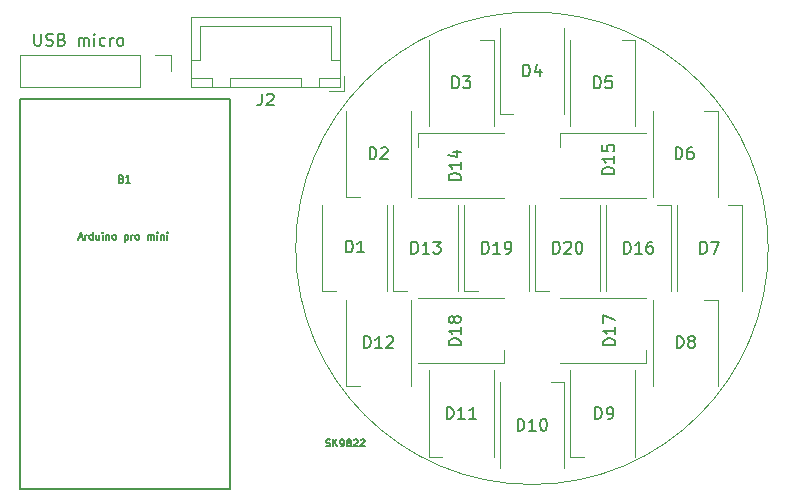
<source format=gbr>
G04 #@! TF.GenerationSoftware,KiCad,Pcbnew,5.1.4*
G04 #@! TF.CreationDate,2019-11-19T13:40:08+01:00*
G04 #@! TF.ProjectId,lamp,6c616d70-2e6b-4696-9361-645f70636258,rev?*
G04 #@! TF.SameCoordinates,Original*
G04 #@! TF.FileFunction,Legend,Top*
G04 #@! TF.FilePolarity,Positive*
%FSLAX46Y46*%
G04 Gerber Fmt 4.6, Leading zero omitted, Abs format (unit mm)*
G04 Created by KiCad (PCBNEW 5.1.4) date 2019-11-19 13:40:08*
%MOMM*%
%LPD*%
G04 APERTURE LIST*
%ADD10C,0.127000*%
%ADD11C,0.200000*%
%ADD12C,0.050000*%
%ADD13C,0.120000*%
%ADD14C,0.150000*%
G04 APERTURE END LIST*
D10*
X46559885Y-141746742D02*
X46646971Y-141775771D01*
X46792114Y-141775771D01*
X46850171Y-141746742D01*
X46879200Y-141717714D01*
X46908228Y-141659657D01*
X46908228Y-141601600D01*
X46879200Y-141543542D01*
X46850171Y-141514514D01*
X46792114Y-141485485D01*
X46676000Y-141456457D01*
X46617942Y-141427428D01*
X46588914Y-141398400D01*
X46559885Y-141340342D01*
X46559885Y-141282285D01*
X46588914Y-141224228D01*
X46617942Y-141195200D01*
X46676000Y-141166171D01*
X46821142Y-141166171D01*
X46908228Y-141195200D01*
X47169485Y-141775771D02*
X47169485Y-141166171D01*
X47517828Y-141775771D02*
X47256571Y-141427428D01*
X47517828Y-141166171D02*
X47169485Y-141514514D01*
X47808114Y-141775771D02*
X47924228Y-141775771D01*
X47982285Y-141746742D01*
X48011314Y-141717714D01*
X48069371Y-141630628D01*
X48098400Y-141514514D01*
X48098400Y-141282285D01*
X48069371Y-141224228D01*
X48040342Y-141195200D01*
X47982285Y-141166171D01*
X47866171Y-141166171D01*
X47808114Y-141195200D01*
X47779085Y-141224228D01*
X47750057Y-141282285D01*
X47750057Y-141427428D01*
X47779085Y-141485485D01*
X47808114Y-141514514D01*
X47866171Y-141543542D01*
X47982285Y-141543542D01*
X48040342Y-141514514D01*
X48069371Y-141485485D01*
X48098400Y-141427428D01*
X48446742Y-141427428D02*
X48388685Y-141398400D01*
X48359657Y-141369371D01*
X48330628Y-141311314D01*
X48330628Y-141282285D01*
X48359657Y-141224228D01*
X48388685Y-141195200D01*
X48446742Y-141166171D01*
X48562857Y-141166171D01*
X48620914Y-141195200D01*
X48649942Y-141224228D01*
X48678971Y-141282285D01*
X48678971Y-141311314D01*
X48649942Y-141369371D01*
X48620914Y-141398400D01*
X48562857Y-141427428D01*
X48446742Y-141427428D01*
X48388685Y-141456457D01*
X48359657Y-141485485D01*
X48330628Y-141543542D01*
X48330628Y-141659657D01*
X48359657Y-141717714D01*
X48388685Y-141746742D01*
X48446742Y-141775771D01*
X48562857Y-141775771D01*
X48620914Y-141746742D01*
X48649942Y-141717714D01*
X48678971Y-141659657D01*
X48678971Y-141543542D01*
X48649942Y-141485485D01*
X48620914Y-141456457D01*
X48562857Y-141427428D01*
X48911200Y-141224228D02*
X48940228Y-141195200D01*
X48998285Y-141166171D01*
X49143428Y-141166171D01*
X49201485Y-141195200D01*
X49230514Y-141224228D01*
X49259542Y-141282285D01*
X49259542Y-141340342D01*
X49230514Y-141427428D01*
X48882171Y-141775771D01*
X49259542Y-141775771D01*
X49491771Y-141224228D02*
X49520800Y-141195200D01*
X49578857Y-141166171D01*
X49724000Y-141166171D01*
X49782057Y-141195200D01*
X49811085Y-141224228D01*
X49840114Y-141282285D01*
X49840114Y-141340342D01*
X49811085Y-141427428D01*
X49462742Y-141775771D01*
X49840114Y-141775771D01*
D11*
X21861904Y-106852380D02*
X21861904Y-107661904D01*
X21909523Y-107757142D01*
X21957142Y-107804761D01*
X22052380Y-107852380D01*
X22242857Y-107852380D01*
X22338095Y-107804761D01*
X22385714Y-107757142D01*
X22433333Y-107661904D01*
X22433333Y-106852380D01*
X22861904Y-107804761D02*
X23004761Y-107852380D01*
X23242857Y-107852380D01*
X23338095Y-107804761D01*
X23385714Y-107757142D01*
X23433333Y-107661904D01*
X23433333Y-107566666D01*
X23385714Y-107471428D01*
X23338095Y-107423809D01*
X23242857Y-107376190D01*
X23052380Y-107328571D01*
X22957142Y-107280952D01*
X22909523Y-107233333D01*
X22861904Y-107138095D01*
X22861904Y-107042857D01*
X22909523Y-106947619D01*
X22957142Y-106900000D01*
X23052380Y-106852380D01*
X23290476Y-106852380D01*
X23433333Y-106900000D01*
X24195238Y-107328571D02*
X24338095Y-107376190D01*
X24385714Y-107423809D01*
X24433333Y-107519047D01*
X24433333Y-107661904D01*
X24385714Y-107757142D01*
X24338095Y-107804761D01*
X24242857Y-107852380D01*
X23861904Y-107852380D01*
X23861904Y-106852380D01*
X24195238Y-106852380D01*
X24290476Y-106900000D01*
X24338095Y-106947619D01*
X24385714Y-107042857D01*
X24385714Y-107138095D01*
X24338095Y-107233333D01*
X24290476Y-107280952D01*
X24195238Y-107328571D01*
X23861904Y-107328571D01*
X25623809Y-107852380D02*
X25623809Y-107185714D01*
X25623809Y-107280952D02*
X25671428Y-107233333D01*
X25766666Y-107185714D01*
X25909523Y-107185714D01*
X26004761Y-107233333D01*
X26052380Y-107328571D01*
X26052380Y-107852380D01*
X26052380Y-107328571D02*
X26100000Y-107233333D01*
X26195238Y-107185714D01*
X26338095Y-107185714D01*
X26433333Y-107233333D01*
X26480952Y-107328571D01*
X26480952Y-107852380D01*
X26957142Y-107852380D02*
X26957142Y-107185714D01*
X26957142Y-106852380D02*
X26909523Y-106900000D01*
X26957142Y-106947619D01*
X27004761Y-106900000D01*
X26957142Y-106852380D01*
X26957142Y-106947619D01*
X27861904Y-107804761D02*
X27766666Y-107852380D01*
X27576190Y-107852380D01*
X27480952Y-107804761D01*
X27433333Y-107757142D01*
X27385714Y-107661904D01*
X27385714Y-107376190D01*
X27433333Y-107280952D01*
X27480952Y-107233333D01*
X27576190Y-107185714D01*
X27766666Y-107185714D01*
X27861904Y-107233333D01*
X28290476Y-107852380D02*
X28290476Y-107185714D01*
X28290476Y-107376190D02*
X28338095Y-107280952D01*
X28385714Y-107233333D01*
X28480952Y-107185714D01*
X28576190Y-107185714D01*
X29052380Y-107852380D02*
X28957142Y-107804761D01*
X28909523Y-107757142D01*
X28861904Y-107661904D01*
X28861904Y-107376190D01*
X28909523Y-107280952D01*
X28957142Y-107233333D01*
X29052380Y-107185714D01*
X29195238Y-107185714D01*
X29290476Y-107233333D01*
X29338095Y-107280952D01*
X29385714Y-107376190D01*
X29385714Y-107661904D01*
X29338095Y-107757142D01*
X29290476Y-107804761D01*
X29195238Y-107852380D01*
X29052380Y-107852380D01*
D12*
X84000000Y-125000000D02*
G75*
G03X84000000Y-125000000I-20000000J0D01*
G01*
D13*
X48050000Y-111650000D02*
X48050000Y-110400000D01*
X46800000Y-111650000D02*
X48050000Y-111650000D01*
X35900000Y-106150000D02*
X41450000Y-106150000D01*
X35900000Y-109100000D02*
X35900000Y-106150000D01*
X35150000Y-109100000D02*
X35900000Y-109100000D01*
X47000000Y-106150000D02*
X41450000Y-106150000D01*
X47000000Y-109100000D02*
X47000000Y-106150000D01*
X47750000Y-109100000D02*
X47000000Y-109100000D01*
X35150000Y-111350000D02*
X36950000Y-111350000D01*
X35150000Y-110600000D02*
X35150000Y-111350000D01*
X36950000Y-110600000D02*
X35150000Y-110600000D01*
X36950000Y-111350000D02*
X36950000Y-110600000D01*
X45950000Y-111350000D02*
X47750000Y-111350000D01*
X45950000Y-110600000D02*
X45950000Y-111350000D01*
X47750000Y-110600000D02*
X45950000Y-110600000D01*
X47750000Y-111350000D02*
X47750000Y-110600000D01*
X38450000Y-111350000D02*
X44450000Y-111350000D01*
X38450000Y-110600000D02*
X38450000Y-111350000D01*
X44450000Y-110600000D02*
X38450000Y-110600000D01*
X44450000Y-111350000D02*
X44450000Y-110600000D01*
X35140000Y-111360000D02*
X47760000Y-111360000D01*
X35140000Y-105390000D02*
X35140000Y-111360000D01*
X47760000Y-105390000D02*
X35140000Y-105390000D01*
X47760000Y-111360000D02*
X47760000Y-105390000D01*
D10*
X38390000Y-145410000D02*
X38390000Y-112390000D01*
X38390000Y-112390000D02*
X20610000Y-112390000D01*
X20610000Y-112390000D02*
X20610000Y-145410000D01*
X20610000Y-145410000D02*
X38390000Y-145410000D01*
D13*
X33430000Y-108670000D02*
X33430000Y-110000000D01*
X32100000Y-108670000D02*
X33430000Y-108670000D01*
X30830000Y-108670000D02*
X30830000Y-111330000D01*
X30830000Y-111330000D02*
X20610000Y-111330000D01*
X30830000Y-108670000D02*
X20610000Y-108670000D01*
X20610000Y-108670000D02*
X20610000Y-111330000D01*
X75750000Y-121350000D02*
X75750000Y-128650000D01*
X74600000Y-121350000D02*
X75750000Y-121350000D01*
X70250000Y-121350000D02*
X70250000Y-128650000D01*
X69750000Y-128650000D02*
X69750000Y-121350000D01*
X65400000Y-128650000D02*
X64250000Y-128650000D01*
X64250000Y-128650000D02*
X64250000Y-121350000D01*
X58250000Y-128650000D02*
X58250000Y-121350000D01*
X59400000Y-128650000D02*
X58250000Y-128650000D01*
X63750000Y-128650000D02*
X63750000Y-121350000D01*
X61650000Y-134750000D02*
X54350000Y-134750000D01*
X61650000Y-133600000D02*
X61650000Y-134750000D01*
X61650000Y-129250000D02*
X54350000Y-129250000D01*
X73650000Y-129250000D02*
X66350000Y-129250000D01*
X73650000Y-133600000D02*
X73650000Y-134750000D01*
X73650000Y-134750000D02*
X66350000Y-134750000D01*
X66350000Y-115250000D02*
X73650000Y-115250000D01*
X66350000Y-116400000D02*
X66350000Y-115250000D01*
X66350000Y-120750000D02*
X73650000Y-120750000D01*
X54350000Y-115250000D02*
X61650000Y-115250000D01*
X54350000Y-116400000D02*
X54350000Y-115250000D01*
X54350000Y-120750000D02*
X61650000Y-120750000D01*
X52250000Y-128650000D02*
X52250000Y-121350000D01*
X53400000Y-128650000D02*
X52250000Y-128650000D01*
X57750000Y-128650000D02*
X57750000Y-121350000D01*
X48250000Y-136650000D02*
X48250000Y-129350000D01*
X49400000Y-136650000D02*
X48250000Y-136650000D01*
X53750000Y-136650000D02*
X53750000Y-129350000D01*
X55250000Y-142650000D02*
X55250000Y-135350000D01*
X56400000Y-142650000D02*
X55250000Y-142650000D01*
X60750000Y-142650000D02*
X60750000Y-135350000D01*
X66750000Y-136350000D02*
X66750000Y-143650000D01*
X65600000Y-136350000D02*
X66750000Y-136350000D01*
X61250000Y-136350000D02*
X61250000Y-143650000D01*
X67250000Y-142650000D02*
X67250000Y-135350000D01*
X68400000Y-142650000D02*
X67250000Y-142650000D01*
X72750000Y-142650000D02*
X72750000Y-135350000D01*
X74250000Y-129350000D02*
X74250000Y-136650000D01*
X78600000Y-129350000D02*
X79750000Y-129350000D01*
X79750000Y-129350000D02*
X79750000Y-136650000D01*
X81750000Y-121350000D02*
X81750000Y-128650000D01*
X80600000Y-121350000D02*
X81750000Y-121350000D01*
X76250000Y-121350000D02*
X76250000Y-128650000D01*
X74250000Y-113350000D02*
X74250000Y-120650000D01*
X78600000Y-113350000D02*
X79750000Y-113350000D01*
X79750000Y-113350000D02*
X79750000Y-120650000D01*
X72750000Y-107350000D02*
X72750000Y-114650000D01*
X71600000Y-107350000D02*
X72750000Y-107350000D01*
X67250000Y-107350000D02*
X67250000Y-114650000D01*
X61250000Y-113650000D02*
X61250000Y-106350000D01*
X62400000Y-113650000D02*
X61250000Y-113650000D01*
X66750000Y-113650000D02*
X66750000Y-106350000D01*
X60750000Y-107350000D02*
X60750000Y-114650000D01*
X59600000Y-107350000D02*
X60750000Y-107350000D01*
X55250000Y-107350000D02*
X55250000Y-114650000D01*
X46250000Y-128650000D02*
X46250000Y-121350000D01*
X47400000Y-128650000D02*
X46250000Y-128650000D01*
X51750000Y-128650000D02*
X51750000Y-121350000D01*
X48250000Y-120650000D02*
X48250000Y-113350000D01*
X49400000Y-120650000D02*
X48250000Y-120650000D01*
X53750000Y-120650000D02*
X53750000Y-113350000D01*
D14*
X41116666Y-111902380D02*
X41116666Y-112616666D01*
X41069047Y-112759523D01*
X40973809Y-112854761D01*
X40830952Y-112902380D01*
X40735714Y-112902380D01*
X41545238Y-111997619D02*
X41592857Y-111950000D01*
X41688095Y-111902380D01*
X41926190Y-111902380D01*
X42021428Y-111950000D01*
X42069047Y-111997619D01*
X42116666Y-112092857D01*
X42116666Y-112188095D01*
X42069047Y-112330952D01*
X41497619Y-112902380D01*
X42116666Y-112902380D01*
D10*
X29253257Y-119120457D02*
X29340342Y-119149485D01*
X29369371Y-119178514D01*
X29398400Y-119236571D01*
X29398400Y-119323657D01*
X29369371Y-119381714D01*
X29340342Y-119410742D01*
X29282285Y-119439771D01*
X29050057Y-119439771D01*
X29050057Y-118830171D01*
X29253257Y-118830171D01*
X29311314Y-118859200D01*
X29340342Y-118888228D01*
X29369371Y-118946285D01*
X29369371Y-119004342D01*
X29340342Y-119062400D01*
X29311314Y-119091428D01*
X29253257Y-119120457D01*
X29050057Y-119120457D01*
X29978971Y-119439771D02*
X29630628Y-119439771D01*
X29804800Y-119439771D02*
X29804800Y-118830171D01*
X29746742Y-118917257D01*
X29688685Y-118975314D01*
X29630628Y-119004342D01*
X25630800Y-124091600D02*
X25921085Y-124091600D01*
X25572742Y-124265771D02*
X25775942Y-123656171D01*
X25979142Y-124265771D01*
X26182342Y-124265771D02*
X26182342Y-123859371D01*
X26182342Y-123975485D02*
X26211371Y-123917428D01*
X26240400Y-123888400D01*
X26298457Y-123859371D01*
X26356514Y-123859371D01*
X26820971Y-124265771D02*
X26820971Y-123656171D01*
X26820971Y-124236742D02*
X26762914Y-124265771D01*
X26646800Y-124265771D01*
X26588742Y-124236742D01*
X26559714Y-124207714D01*
X26530685Y-124149657D01*
X26530685Y-123975485D01*
X26559714Y-123917428D01*
X26588742Y-123888400D01*
X26646800Y-123859371D01*
X26762914Y-123859371D01*
X26820971Y-123888400D01*
X27372514Y-123859371D02*
X27372514Y-124265771D01*
X27111257Y-123859371D02*
X27111257Y-124178685D01*
X27140285Y-124236742D01*
X27198342Y-124265771D01*
X27285428Y-124265771D01*
X27343485Y-124236742D01*
X27372514Y-124207714D01*
X27662800Y-124265771D02*
X27662800Y-123859371D01*
X27662800Y-123656171D02*
X27633771Y-123685200D01*
X27662800Y-123714228D01*
X27691828Y-123685200D01*
X27662800Y-123656171D01*
X27662800Y-123714228D01*
X27953085Y-123859371D02*
X27953085Y-124265771D01*
X27953085Y-123917428D02*
X27982114Y-123888400D01*
X28040171Y-123859371D01*
X28127257Y-123859371D01*
X28185314Y-123888400D01*
X28214342Y-123946457D01*
X28214342Y-124265771D01*
X28591714Y-124265771D02*
X28533657Y-124236742D01*
X28504628Y-124207714D01*
X28475600Y-124149657D01*
X28475600Y-123975485D01*
X28504628Y-123917428D01*
X28533657Y-123888400D01*
X28591714Y-123859371D01*
X28678800Y-123859371D01*
X28736857Y-123888400D01*
X28765885Y-123917428D01*
X28794914Y-123975485D01*
X28794914Y-124149657D01*
X28765885Y-124207714D01*
X28736857Y-124236742D01*
X28678800Y-124265771D01*
X28591714Y-124265771D01*
X29520628Y-123859371D02*
X29520628Y-124468971D01*
X29520628Y-123888400D02*
X29578685Y-123859371D01*
X29694800Y-123859371D01*
X29752857Y-123888400D01*
X29781885Y-123917428D01*
X29810914Y-123975485D01*
X29810914Y-124149657D01*
X29781885Y-124207714D01*
X29752857Y-124236742D01*
X29694800Y-124265771D01*
X29578685Y-124265771D01*
X29520628Y-124236742D01*
X30072171Y-124265771D02*
X30072171Y-123859371D01*
X30072171Y-123975485D02*
X30101200Y-123917428D01*
X30130228Y-123888400D01*
X30188285Y-123859371D01*
X30246342Y-123859371D01*
X30536628Y-124265771D02*
X30478571Y-124236742D01*
X30449542Y-124207714D01*
X30420514Y-124149657D01*
X30420514Y-123975485D01*
X30449542Y-123917428D01*
X30478571Y-123888400D01*
X30536628Y-123859371D01*
X30623714Y-123859371D01*
X30681771Y-123888400D01*
X30710800Y-123917428D01*
X30739828Y-123975485D01*
X30739828Y-124149657D01*
X30710800Y-124207714D01*
X30681771Y-124236742D01*
X30623714Y-124265771D01*
X30536628Y-124265771D01*
X31465542Y-124265771D02*
X31465542Y-123859371D01*
X31465542Y-123917428D02*
X31494571Y-123888400D01*
X31552628Y-123859371D01*
X31639714Y-123859371D01*
X31697771Y-123888400D01*
X31726800Y-123946457D01*
X31726800Y-124265771D01*
X31726800Y-123946457D02*
X31755828Y-123888400D01*
X31813885Y-123859371D01*
X31900971Y-123859371D01*
X31959028Y-123888400D01*
X31988057Y-123946457D01*
X31988057Y-124265771D01*
X32278342Y-124265771D02*
X32278342Y-123859371D01*
X32278342Y-123656171D02*
X32249314Y-123685200D01*
X32278342Y-123714228D01*
X32307371Y-123685200D01*
X32278342Y-123656171D01*
X32278342Y-123714228D01*
X32568628Y-123859371D02*
X32568628Y-124265771D01*
X32568628Y-123917428D02*
X32597657Y-123888400D01*
X32655714Y-123859371D01*
X32742800Y-123859371D01*
X32800857Y-123888400D01*
X32829885Y-123946457D01*
X32829885Y-124265771D01*
X33120171Y-124265771D02*
X33120171Y-123859371D01*
X33120171Y-123656171D02*
X33091142Y-123685200D01*
X33120171Y-123714228D01*
X33149200Y-123685200D01*
X33120171Y-123656171D01*
X33120171Y-123714228D01*
D14*
X71785714Y-125452380D02*
X71785714Y-124452380D01*
X72023809Y-124452380D01*
X72166666Y-124500000D01*
X72261904Y-124595238D01*
X72309523Y-124690476D01*
X72357142Y-124880952D01*
X72357142Y-125023809D01*
X72309523Y-125214285D01*
X72261904Y-125309523D01*
X72166666Y-125404761D01*
X72023809Y-125452380D01*
X71785714Y-125452380D01*
X73309523Y-125452380D02*
X72738095Y-125452380D01*
X73023809Y-125452380D02*
X73023809Y-124452380D01*
X72928571Y-124595238D01*
X72833333Y-124690476D01*
X72738095Y-124738095D01*
X74166666Y-124452380D02*
X73976190Y-124452380D01*
X73880952Y-124500000D01*
X73833333Y-124547619D01*
X73738095Y-124690476D01*
X73690476Y-124880952D01*
X73690476Y-125261904D01*
X73738095Y-125357142D01*
X73785714Y-125404761D01*
X73880952Y-125452380D01*
X74071428Y-125452380D01*
X74166666Y-125404761D01*
X74214285Y-125357142D01*
X74261904Y-125261904D01*
X74261904Y-125023809D01*
X74214285Y-124928571D01*
X74166666Y-124880952D01*
X74071428Y-124833333D01*
X73880952Y-124833333D01*
X73785714Y-124880952D01*
X73738095Y-124928571D01*
X73690476Y-125023809D01*
X65785714Y-125452380D02*
X65785714Y-124452380D01*
X66023809Y-124452380D01*
X66166666Y-124500000D01*
X66261904Y-124595238D01*
X66309523Y-124690476D01*
X66357142Y-124880952D01*
X66357142Y-125023809D01*
X66309523Y-125214285D01*
X66261904Y-125309523D01*
X66166666Y-125404761D01*
X66023809Y-125452380D01*
X65785714Y-125452380D01*
X66738095Y-124547619D02*
X66785714Y-124500000D01*
X66880952Y-124452380D01*
X67119047Y-124452380D01*
X67214285Y-124500000D01*
X67261904Y-124547619D01*
X67309523Y-124642857D01*
X67309523Y-124738095D01*
X67261904Y-124880952D01*
X66690476Y-125452380D01*
X67309523Y-125452380D01*
X67928571Y-124452380D02*
X68023809Y-124452380D01*
X68119047Y-124500000D01*
X68166666Y-124547619D01*
X68214285Y-124642857D01*
X68261904Y-124833333D01*
X68261904Y-125071428D01*
X68214285Y-125261904D01*
X68166666Y-125357142D01*
X68119047Y-125404761D01*
X68023809Y-125452380D01*
X67928571Y-125452380D01*
X67833333Y-125404761D01*
X67785714Y-125357142D01*
X67738095Y-125261904D01*
X67690476Y-125071428D01*
X67690476Y-124833333D01*
X67738095Y-124642857D01*
X67785714Y-124547619D01*
X67833333Y-124500000D01*
X67928571Y-124452380D01*
X59785714Y-125452380D02*
X59785714Y-124452380D01*
X60023809Y-124452380D01*
X60166666Y-124500000D01*
X60261904Y-124595238D01*
X60309523Y-124690476D01*
X60357142Y-124880952D01*
X60357142Y-125023809D01*
X60309523Y-125214285D01*
X60261904Y-125309523D01*
X60166666Y-125404761D01*
X60023809Y-125452380D01*
X59785714Y-125452380D01*
X61309523Y-125452380D02*
X60738095Y-125452380D01*
X61023809Y-125452380D02*
X61023809Y-124452380D01*
X60928571Y-124595238D01*
X60833333Y-124690476D01*
X60738095Y-124738095D01*
X61785714Y-125452380D02*
X61976190Y-125452380D01*
X62071428Y-125404761D01*
X62119047Y-125357142D01*
X62214285Y-125214285D01*
X62261904Y-125023809D01*
X62261904Y-124642857D01*
X62214285Y-124547619D01*
X62166666Y-124500000D01*
X62071428Y-124452380D01*
X61880952Y-124452380D01*
X61785714Y-124500000D01*
X61738095Y-124547619D01*
X61690476Y-124642857D01*
X61690476Y-124880952D01*
X61738095Y-124976190D01*
X61785714Y-125023809D01*
X61880952Y-125071428D01*
X62071428Y-125071428D01*
X62166666Y-125023809D01*
X62214285Y-124976190D01*
X62261904Y-124880952D01*
X57952380Y-133214285D02*
X56952380Y-133214285D01*
X56952380Y-132976190D01*
X57000000Y-132833333D01*
X57095238Y-132738095D01*
X57190476Y-132690476D01*
X57380952Y-132642857D01*
X57523809Y-132642857D01*
X57714285Y-132690476D01*
X57809523Y-132738095D01*
X57904761Y-132833333D01*
X57952380Y-132976190D01*
X57952380Y-133214285D01*
X57952380Y-131690476D02*
X57952380Y-132261904D01*
X57952380Y-131976190D02*
X56952380Y-131976190D01*
X57095238Y-132071428D01*
X57190476Y-132166666D01*
X57238095Y-132261904D01*
X57380952Y-131119047D02*
X57333333Y-131214285D01*
X57285714Y-131261904D01*
X57190476Y-131309523D01*
X57142857Y-131309523D01*
X57047619Y-131261904D01*
X57000000Y-131214285D01*
X56952380Y-131119047D01*
X56952380Y-130928571D01*
X57000000Y-130833333D01*
X57047619Y-130785714D01*
X57142857Y-130738095D01*
X57190476Y-130738095D01*
X57285714Y-130785714D01*
X57333333Y-130833333D01*
X57380952Y-130928571D01*
X57380952Y-131119047D01*
X57428571Y-131214285D01*
X57476190Y-131261904D01*
X57571428Y-131309523D01*
X57761904Y-131309523D01*
X57857142Y-131261904D01*
X57904761Y-131214285D01*
X57952380Y-131119047D01*
X57952380Y-130928571D01*
X57904761Y-130833333D01*
X57857142Y-130785714D01*
X57761904Y-130738095D01*
X57571428Y-130738095D01*
X57476190Y-130785714D01*
X57428571Y-130833333D01*
X57380952Y-130928571D01*
X71052380Y-133214285D02*
X70052380Y-133214285D01*
X70052380Y-132976190D01*
X70100000Y-132833333D01*
X70195238Y-132738095D01*
X70290476Y-132690476D01*
X70480952Y-132642857D01*
X70623809Y-132642857D01*
X70814285Y-132690476D01*
X70909523Y-132738095D01*
X71004761Y-132833333D01*
X71052380Y-132976190D01*
X71052380Y-133214285D01*
X71052380Y-131690476D02*
X71052380Y-132261904D01*
X71052380Y-131976190D02*
X70052380Y-131976190D01*
X70195238Y-132071428D01*
X70290476Y-132166666D01*
X70338095Y-132261904D01*
X70052380Y-131357142D02*
X70052380Y-130690476D01*
X71052380Y-131119047D01*
X70952380Y-118714285D02*
X69952380Y-118714285D01*
X69952380Y-118476190D01*
X70000000Y-118333333D01*
X70095238Y-118238095D01*
X70190476Y-118190476D01*
X70380952Y-118142857D01*
X70523809Y-118142857D01*
X70714285Y-118190476D01*
X70809523Y-118238095D01*
X70904761Y-118333333D01*
X70952380Y-118476190D01*
X70952380Y-118714285D01*
X70952380Y-117190476D02*
X70952380Y-117761904D01*
X70952380Y-117476190D02*
X69952380Y-117476190D01*
X70095238Y-117571428D01*
X70190476Y-117666666D01*
X70238095Y-117761904D01*
X69952380Y-116285714D02*
X69952380Y-116761904D01*
X70428571Y-116809523D01*
X70380952Y-116761904D01*
X70333333Y-116666666D01*
X70333333Y-116428571D01*
X70380952Y-116333333D01*
X70428571Y-116285714D01*
X70523809Y-116238095D01*
X70761904Y-116238095D01*
X70857142Y-116285714D01*
X70904761Y-116333333D01*
X70952380Y-116428571D01*
X70952380Y-116666666D01*
X70904761Y-116761904D01*
X70857142Y-116809523D01*
X57952380Y-119214285D02*
X56952380Y-119214285D01*
X56952380Y-118976190D01*
X57000000Y-118833333D01*
X57095238Y-118738095D01*
X57190476Y-118690476D01*
X57380952Y-118642857D01*
X57523809Y-118642857D01*
X57714285Y-118690476D01*
X57809523Y-118738095D01*
X57904761Y-118833333D01*
X57952380Y-118976190D01*
X57952380Y-119214285D01*
X57952380Y-117690476D02*
X57952380Y-118261904D01*
X57952380Y-117976190D02*
X56952380Y-117976190D01*
X57095238Y-118071428D01*
X57190476Y-118166666D01*
X57238095Y-118261904D01*
X57285714Y-116833333D02*
X57952380Y-116833333D01*
X56904761Y-117071428D02*
X57619047Y-117309523D01*
X57619047Y-116690476D01*
X53785714Y-125452380D02*
X53785714Y-124452380D01*
X54023809Y-124452380D01*
X54166666Y-124500000D01*
X54261904Y-124595238D01*
X54309523Y-124690476D01*
X54357142Y-124880952D01*
X54357142Y-125023809D01*
X54309523Y-125214285D01*
X54261904Y-125309523D01*
X54166666Y-125404761D01*
X54023809Y-125452380D01*
X53785714Y-125452380D01*
X55309523Y-125452380D02*
X54738095Y-125452380D01*
X55023809Y-125452380D02*
X55023809Y-124452380D01*
X54928571Y-124595238D01*
X54833333Y-124690476D01*
X54738095Y-124738095D01*
X55642857Y-124452380D02*
X56261904Y-124452380D01*
X55928571Y-124833333D01*
X56071428Y-124833333D01*
X56166666Y-124880952D01*
X56214285Y-124928571D01*
X56261904Y-125023809D01*
X56261904Y-125261904D01*
X56214285Y-125357142D01*
X56166666Y-125404761D01*
X56071428Y-125452380D01*
X55785714Y-125452380D01*
X55690476Y-125404761D01*
X55642857Y-125357142D01*
X49785714Y-133452380D02*
X49785714Y-132452380D01*
X50023809Y-132452380D01*
X50166666Y-132500000D01*
X50261904Y-132595238D01*
X50309523Y-132690476D01*
X50357142Y-132880952D01*
X50357142Y-133023809D01*
X50309523Y-133214285D01*
X50261904Y-133309523D01*
X50166666Y-133404761D01*
X50023809Y-133452380D01*
X49785714Y-133452380D01*
X51309523Y-133452380D02*
X50738095Y-133452380D01*
X51023809Y-133452380D02*
X51023809Y-132452380D01*
X50928571Y-132595238D01*
X50833333Y-132690476D01*
X50738095Y-132738095D01*
X51690476Y-132547619D02*
X51738095Y-132500000D01*
X51833333Y-132452380D01*
X52071428Y-132452380D01*
X52166666Y-132500000D01*
X52214285Y-132547619D01*
X52261904Y-132642857D01*
X52261904Y-132738095D01*
X52214285Y-132880952D01*
X51642857Y-133452380D01*
X52261904Y-133452380D01*
X56785714Y-139452380D02*
X56785714Y-138452380D01*
X57023809Y-138452380D01*
X57166666Y-138500000D01*
X57261904Y-138595238D01*
X57309523Y-138690476D01*
X57357142Y-138880952D01*
X57357142Y-139023809D01*
X57309523Y-139214285D01*
X57261904Y-139309523D01*
X57166666Y-139404761D01*
X57023809Y-139452380D01*
X56785714Y-139452380D01*
X58309523Y-139452380D02*
X57738095Y-139452380D01*
X58023809Y-139452380D02*
X58023809Y-138452380D01*
X57928571Y-138595238D01*
X57833333Y-138690476D01*
X57738095Y-138738095D01*
X59261904Y-139452380D02*
X58690476Y-139452380D01*
X58976190Y-139452380D02*
X58976190Y-138452380D01*
X58880952Y-138595238D01*
X58785714Y-138690476D01*
X58690476Y-138738095D01*
X62785714Y-140452380D02*
X62785714Y-139452380D01*
X63023809Y-139452380D01*
X63166666Y-139500000D01*
X63261904Y-139595238D01*
X63309523Y-139690476D01*
X63357142Y-139880952D01*
X63357142Y-140023809D01*
X63309523Y-140214285D01*
X63261904Y-140309523D01*
X63166666Y-140404761D01*
X63023809Y-140452380D01*
X62785714Y-140452380D01*
X64309523Y-140452380D02*
X63738095Y-140452380D01*
X64023809Y-140452380D02*
X64023809Y-139452380D01*
X63928571Y-139595238D01*
X63833333Y-139690476D01*
X63738095Y-139738095D01*
X64928571Y-139452380D02*
X65023809Y-139452380D01*
X65119047Y-139500000D01*
X65166666Y-139547619D01*
X65214285Y-139642857D01*
X65261904Y-139833333D01*
X65261904Y-140071428D01*
X65214285Y-140261904D01*
X65166666Y-140357142D01*
X65119047Y-140404761D01*
X65023809Y-140452380D01*
X64928571Y-140452380D01*
X64833333Y-140404761D01*
X64785714Y-140357142D01*
X64738095Y-140261904D01*
X64690476Y-140071428D01*
X64690476Y-139833333D01*
X64738095Y-139642857D01*
X64785714Y-139547619D01*
X64833333Y-139500000D01*
X64928571Y-139452380D01*
X69361904Y-139452380D02*
X69361904Y-138452380D01*
X69600000Y-138452380D01*
X69742857Y-138500000D01*
X69838095Y-138595238D01*
X69885714Y-138690476D01*
X69933333Y-138880952D01*
X69933333Y-139023809D01*
X69885714Y-139214285D01*
X69838095Y-139309523D01*
X69742857Y-139404761D01*
X69600000Y-139452380D01*
X69361904Y-139452380D01*
X70409523Y-139452380D02*
X70600000Y-139452380D01*
X70695238Y-139404761D01*
X70742857Y-139357142D01*
X70838095Y-139214285D01*
X70885714Y-139023809D01*
X70885714Y-138642857D01*
X70838095Y-138547619D01*
X70790476Y-138500000D01*
X70695238Y-138452380D01*
X70504761Y-138452380D01*
X70409523Y-138500000D01*
X70361904Y-138547619D01*
X70314285Y-138642857D01*
X70314285Y-138880952D01*
X70361904Y-138976190D01*
X70409523Y-139023809D01*
X70504761Y-139071428D01*
X70695238Y-139071428D01*
X70790476Y-139023809D01*
X70838095Y-138976190D01*
X70885714Y-138880952D01*
X76261904Y-133452380D02*
X76261904Y-132452380D01*
X76500000Y-132452380D01*
X76642857Y-132500000D01*
X76738095Y-132595238D01*
X76785714Y-132690476D01*
X76833333Y-132880952D01*
X76833333Y-133023809D01*
X76785714Y-133214285D01*
X76738095Y-133309523D01*
X76642857Y-133404761D01*
X76500000Y-133452380D01*
X76261904Y-133452380D01*
X77404761Y-132880952D02*
X77309523Y-132833333D01*
X77261904Y-132785714D01*
X77214285Y-132690476D01*
X77214285Y-132642857D01*
X77261904Y-132547619D01*
X77309523Y-132500000D01*
X77404761Y-132452380D01*
X77595238Y-132452380D01*
X77690476Y-132500000D01*
X77738095Y-132547619D01*
X77785714Y-132642857D01*
X77785714Y-132690476D01*
X77738095Y-132785714D01*
X77690476Y-132833333D01*
X77595238Y-132880952D01*
X77404761Y-132880952D01*
X77309523Y-132928571D01*
X77261904Y-132976190D01*
X77214285Y-133071428D01*
X77214285Y-133261904D01*
X77261904Y-133357142D01*
X77309523Y-133404761D01*
X77404761Y-133452380D01*
X77595238Y-133452380D01*
X77690476Y-133404761D01*
X77738095Y-133357142D01*
X77785714Y-133261904D01*
X77785714Y-133071428D01*
X77738095Y-132976190D01*
X77690476Y-132928571D01*
X77595238Y-132880952D01*
X78261904Y-125452380D02*
X78261904Y-124452380D01*
X78500000Y-124452380D01*
X78642857Y-124500000D01*
X78738095Y-124595238D01*
X78785714Y-124690476D01*
X78833333Y-124880952D01*
X78833333Y-125023809D01*
X78785714Y-125214285D01*
X78738095Y-125309523D01*
X78642857Y-125404761D01*
X78500000Y-125452380D01*
X78261904Y-125452380D01*
X79166666Y-124452380D02*
X79833333Y-124452380D01*
X79404761Y-125452380D01*
X76161904Y-117452380D02*
X76161904Y-116452380D01*
X76400000Y-116452380D01*
X76542857Y-116500000D01*
X76638095Y-116595238D01*
X76685714Y-116690476D01*
X76733333Y-116880952D01*
X76733333Y-117023809D01*
X76685714Y-117214285D01*
X76638095Y-117309523D01*
X76542857Y-117404761D01*
X76400000Y-117452380D01*
X76161904Y-117452380D01*
X77590476Y-116452380D02*
X77400000Y-116452380D01*
X77304761Y-116500000D01*
X77257142Y-116547619D01*
X77161904Y-116690476D01*
X77114285Y-116880952D01*
X77114285Y-117261904D01*
X77161904Y-117357142D01*
X77209523Y-117404761D01*
X77304761Y-117452380D01*
X77495238Y-117452380D01*
X77590476Y-117404761D01*
X77638095Y-117357142D01*
X77685714Y-117261904D01*
X77685714Y-117023809D01*
X77638095Y-116928571D01*
X77590476Y-116880952D01*
X77495238Y-116833333D01*
X77304761Y-116833333D01*
X77209523Y-116880952D01*
X77161904Y-116928571D01*
X77114285Y-117023809D01*
X69261904Y-111452380D02*
X69261904Y-110452380D01*
X69500000Y-110452380D01*
X69642857Y-110500000D01*
X69738095Y-110595238D01*
X69785714Y-110690476D01*
X69833333Y-110880952D01*
X69833333Y-111023809D01*
X69785714Y-111214285D01*
X69738095Y-111309523D01*
X69642857Y-111404761D01*
X69500000Y-111452380D01*
X69261904Y-111452380D01*
X70738095Y-110452380D02*
X70261904Y-110452380D01*
X70214285Y-110928571D01*
X70261904Y-110880952D01*
X70357142Y-110833333D01*
X70595238Y-110833333D01*
X70690476Y-110880952D01*
X70738095Y-110928571D01*
X70785714Y-111023809D01*
X70785714Y-111261904D01*
X70738095Y-111357142D01*
X70690476Y-111404761D01*
X70595238Y-111452380D01*
X70357142Y-111452380D01*
X70261904Y-111404761D01*
X70214285Y-111357142D01*
X63261904Y-110452380D02*
X63261904Y-109452380D01*
X63500000Y-109452380D01*
X63642857Y-109500000D01*
X63738095Y-109595238D01*
X63785714Y-109690476D01*
X63833333Y-109880952D01*
X63833333Y-110023809D01*
X63785714Y-110214285D01*
X63738095Y-110309523D01*
X63642857Y-110404761D01*
X63500000Y-110452380D01*
X63261904Y-110452380D01*
X64690476Y-109785714D02*
X64690476Y-110452380D01*
X64452380Y-109404761D02*
X64214285Y-110119047D01*
X64833333Y-110119047D01*
X57261904Y-111452380D02*
X57261904Y-110452380D01*
X57500000Y-110452380D01*
X57642857Y-110500000D01*
X57738095Y-110595238D01*
X57785714Y-110690476D01*
X57833333Y-110880952D01*
X57833333Y-111023809D01*
X57785714Y-111214285D01*
X57738095Y-111309523D01*
X57642857Y-111404761D01*
X57500000Y-111452380D01*
X57261904Y-111452380D01*
X58166666Y-110452380D02*
X58785714Y-110452380D01*
X58452380Y-110833333D01*
X58595238Y-110833333D01*
X58690476Y-110880952D01*
X58738095Y-110928571D01*
X58785714Y-111023809D01*
X58785714Y-111261904D01*
X58738095Y-111357142D01*
X58690476Y-111404761D01*
X58595238Y-111452380D01*
X58309523Y-111452380D01*
X58214285Y-111404761D01*
X58166666Y-111357142D01*
X48261904Y-125352380D02*
X48261904Y-124352380D01*
X48500000Y-124352380D01*
X48642857Y-124400000D01*
X48738095Y-124495238D01*
X48785714Y-124590476D01*
X48833333Y-124780952D01*
X48833333Y-124923809D01*
X48785714Y-125114285D01*
X48738095Y-125209523D01*
X48642857Y-125304761D01*
X48500000Y-125352380D01*
X48261904Y-125352380D01*
X49785714Y-125352380D02*
X49214285Y-125352380D01*
X49500000Y-125352380D02*
X49500000Y-124352380D01*
X49404761Y-124495238D01*
X49309523Y-124590476D01*
X49214285Y-124638095D01*
X50261904Y-117452380D02*
X50261904Y-116452380D01*
X50500000Y-116452380D01*
X50642857Y-116500000D01*
X50738095Y-116595238D01*
X50785714Y-116690476D01*
X50833333Y-116880952D01*
X50833333Y-117023809D01*
X50785714Y-117214285D01*
X50738095Y-117309523D01*
X50642857Y-117404761D01*
X50500000Y-117452380D01*
X50261904Y-117452380D01*
X51214285Y-116547619D02*
X51261904Y-116500000D01*
X51357142Y-116452380D01*
X51595238Y-116452380D01*
X51690476Y-116500000D01*
X51738095Y-116547619D01*
X51785714Y-116642857D01*
X51785714Y-116738095D01*
X51738095Y-116880952D01*
X51166666Y-117452380D01*
X51785714Y-117452380D01*
M02*

</source>
